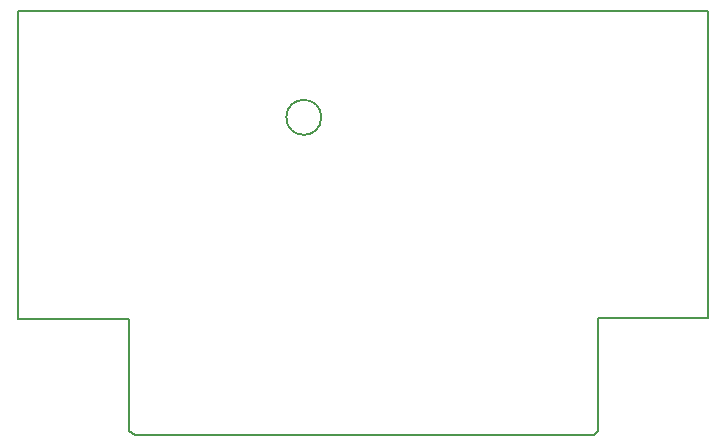
<source format=gbr>
%TF.GenerationSoftware,KiCad,Pcbnew,7.0.10*%
%TF.CreationDate,2024-04-12T13:43:35-04:00*%
%TF.ProjectId,cbm2romcart,63626d32-726f-46d6-9361-72742e6b6963,rev?*%
%TF.SameCoordinates,Original*%
%TF.FileFunction,Profile,NP*%
%FSLAX46Y46*%
G04 Gerber Fmt 4.6, Leading zero omitted, Abs format (unit mm)*
G04 Created by KiCad (PCBNEW 7.0.10) date 2024-04-12 13:43:35*
%MOMM*%
%LPD*%
G01*
G04 APERTURE LIST*
%TA.AperFunction,Profile*%
%ADD10C,0.150000*%
%TD*%
G04 APERTURE END LIST*
D10*
X150121862Y-94734139D02*
G75*
G03*
X147159738Y-94734139I-1481062J0D01*
G01*
X147159738Y-94734139D02*
G75*
G03*
X150121862Y-94734139I1481062J0D01*
G01*
X173583600Y-111760000D02*
X173583600Y-121310400D01*
X182880000Y-111760000D02*
X173583600Y-111760000D01*
X182880000Y-85750400D02*
X182880000Y-111760000D01*
X124460000Y-85750400D02*
X182880000Y-85750400D01*
X124460000Y-111810800D02*
X124460000Y-85750400D01*
X133858000Y-111810800D02*
X124460000Y-111810800D01*
X133858000Y-121310400D02*
X133858000Y-111810800D01*
X134315200Y-121615200D02*
X133858000Y-121310400D01*
X173228000Y-121666000D02*
X134315200Y-121615200D01*
X173583600Y-121310400D02*
X173228000Y-121666000D01*
M02*

</source>
